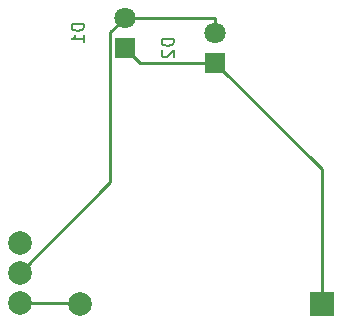
<source format=gbr>
%TF.GenerationSoftware,KiCad,Pcbnew,(5.1.9)-1*%
%TF.CreationDate,2021-04-10T08:00:10+02:00*%
%TF.ProjectId,Fledermaus3,466c6564-6572-46d6-9175-73332e6b6963,rev?*%
%TF.SameCoordinates,Original*%
%TF.FileFunction,Copper,L2,Bot*%
%TF.FilePolarity,Positive*%
%FSLAX46Y46*%
G04 Gerber Fmt 4.6, Leading zero omitted, Abs format (unit mm)*
G04 Created by KiCad (PCBNEW (5.1.9)-1) date 2021-04-10 08:00:10*
%MOMM*%
%LPD*%
G01*
G04 APERTURE LIST*
%ADD10C,0.150000*%
%TA.AperFunction,ComponentPad*%
%ADD11R,1.800000X1.800000*%
%TD*%
%TA.AperFunction,ComponentPad*%
%ADD12C,1.800000*%
%TD*%
%TA.AperFunction,ComponentPad*%
%ADD13C,2.000000*%
%TD*%
%TA.AperFunction,ComponentPad*%
%ADD14R,2.000000X2.000000*%
%TD*%
%TA.AperFunction,Conductor*%
%ADD15C,0.250000*%
%TD*%
G04 APERTURE END LIST*
%TO.C,D1*%
D10*
X-8587619Y8358095D02*
X-9587619Y8358095D01*
X-9587619Y8120000D01*
X-9540000Y7977142D01*
X-9444761Y7881904D01*
X-9349523Y7834285D01*
X-9159047Y7786666D01*
X-9016190Y7786666D01*
X-8825714Y7834285D01*
X-8730476Y7881904D01*
X-8635238Y7977142D01*
X-8587619Y8120000D01*
X-8587619Y8358095D01*
X-8587619Y6834285D02*
X-8587619Y7405714D01*
X-8587619Y7120000D02*
X-9587619Y7120000D01*
X-9444761Y7215238D01*
X-9349523Y7310476D01*
X-9301904Y7405714D01*
%TO.C,D2*%
X-967619Y7088095D02*
X-1967619Y7088095D01*
X-1967619Y6850000D01*
X-1920000Y6707142D01*
X-1824761Y6611904D01*
X-1729523Y6564285D01*
X-1539047Y6516666D01*
X-1396190Y6516666D01*
X-1205714Y6564285D01*
X-1110476Y6611904D01*
X-1015238Y6707142D01*
X-967619Y6850000D01*
X-967619Y7088095D01*
X-1872380Y6135714D02*
X-1920000Y6088095D01*
X-1967619Y5992857D01*
X-1967619Y5754761D01*
X-1920000Y5659523D01*
X-1872380Y5611904D01*
X-1777142Y5564285D01*
X-1681904Y5564285D01*
X-1539047Y5611904D01*
X-967619Y6183333D01*
X-967619Y5564285D01*
%TD*%
D11*
%TO.P,D1,1*%
%TO.N,Net-(D1-Pad1)*%
X-5080000Y6350000D03*
D12*
%TO.P,D1,2*%
%TO.N,Net-(D1-Pad2)*%
X-5080000Y8890000D03*
%TD*%
%TO.P,D2,2*%
%TO.N,Net-(D1-Pad2)*%
X2540000Y7620000D03*
D11*
%TO.P,D2,1*%
%TO.N,Net-(D1-Pad1)*%
X2540000Y5080000D03*
%TD*%
D13*
%TO.P,S1,1*%
%TO.N,Net-(S1-Pad1)*%
X-13970000Y-15240000D03*
%TO.P,S1,2*%
%TO.N,Net-(D1-Pad2)*%
X-13970000Y-12700000D03*
%TO.P,S1,3*%
%TO.N,Net-(S1-Pad3)*%
X-13970000Y-10160000D03*
%TD*%
%TO.P,U1,1*%
%TO.N,Net-(S1-Pad1)*%
X-8890000Y-15370001D03*
D14*
%TO.P,U1,2*%
%TO.N,Net-(D1-Pad1)*%
X11561600Y-15370001D03*
%TD*%
D15*
%TO.N,Net-(D1-Pad1)*%
X11561600Y-3941600D02*
X2540000Y5080000D01*
X11561600Y-15370001D02*
X11561600Y-3941600D01*
X-3810000Y5080000D02*
X2540000Y5080000D01*
X-5080000Y6350000D02*
X-3810000Y5080000D01*
%TO.N,Net-(D1-Pad2)*%
X2540000Y7620000D02*
X2540000Y8890000D01*
X2540000Y8890000D02*
X-5080000Y8890000D01*
X-6305001Y-5035001D02*
X-13970000Y-12700000D01*
X-5080000Y8890000D02*
X-6305001Y7664999D01*
X-6305001Y7664999D02*
X-6305001Y-5035001D01*
%TO.N,Net-(S1-Pad1)*%
X-9020001Y-15240000D02*
X-8890000Y-15370001D01*
X-13970000Y-15240000D02*
X-9020001Y-15240000D01*
%TD*%
M02*

</source>
